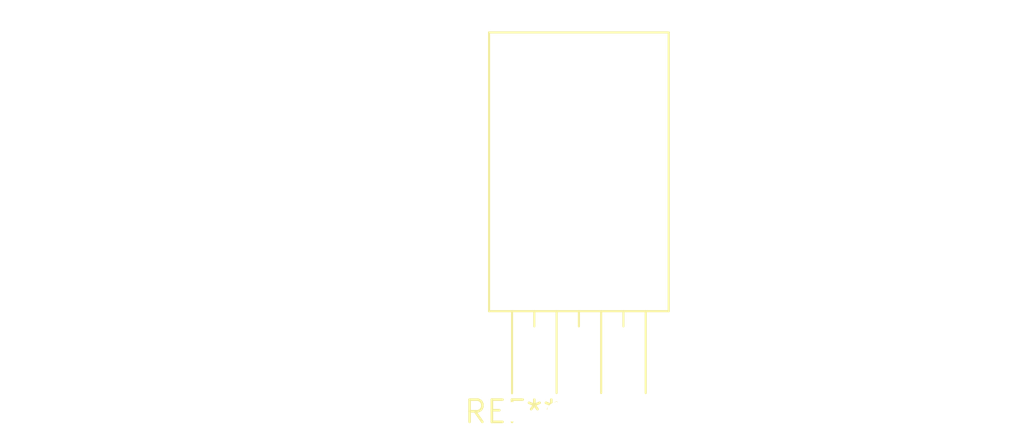
<source format=kicad_pcb>
(kicad_pcb (version 20240108) (generator pcbnew)
  (layers (0 "F.Cu" signal) (31 "B.Cu" signal) (34 "B.Paste" user) (35 "F.Paste" user) (36 "B.SilkS" user "B.Silkscreen") (37 "F.SilkS" user "F.Silkscreen") (38 "B.Mask" user) (39 "F.Mask" user) (44 "Edge.Cuts" user))
  (net 0 "")
  (footprint "TO-220-7_P2.54x3.8mm_StaggerOdd_Lead5.85mm_TabDown" (layer "F.Cu") (at 0 0)
    (property "Reference" "REF**")
    (property "Value" "TO-220-7_P2.54x3.8mm_StaggerOdd_Lead5.85mm_TabDown")
    (fp_line (start -1.31 -21.62) (end -1.31 -5.73) (layer "F.SilkS") (stroke (width 0.12)))
    (fp_line (start -1.31 -21.62) (end 8.93 -21.62) (layer "F.SilkS") (stroke (width 0.12)))
    (fp_line (start -1.31 -5.73) (end 8.93 -5.73) (layer "F.SilkS") (stroke (width 0.12)))
    (fp_line (start 0 -5.73) (end 0 -1.05) (layer "F.SilkS") (stroke (width 0.12)))
    (fp_line (start 1.27 -5.73) (end 1.27 -4.866) (layer "F.SilkS") (stroke (width 0.12)))
    (fp_line (start 2.54 -5.73) (end 2.54 -1.065) (layer "F.SilkS") (stroke (width 0.12)))
    (fp_line (start 3.81 -5.73) (end 3.81 -4.866) (layer "F.SilkS") (stroke (width 0.12)))
    (fp_line (start 5.08 -5.73) (end 5.08 -1.065) (layer "F.SilkS") (stroke (width 0.12)))
    (fp_line (start 6.35 -5.73) (end 6.35 -4.866) (layer "F.SilkS") (stroke (width 0.12)))
    (fp_line (start 7.62 -5.73) (end 7.62 -1.065) (layer "F.SilkS") (stroke (width 0.12)))
    (fp_line (start 8.93 -21.62) (end 8.93 -5.73) (layer "F.SilkS") (stroke (width 0.12)))
    (pad "" np_thru_hole oval (at 3.81 -18.7) (size 3.5 3.5) (drill 3.5) (layers *.Cu *.Mask))
    (pad "1" thru_hole rect (at 0 0) (size 1.8 1.8) (drill 1.1) (layers *.Cu *.Mask) (remove_unused_layers))
    (pad "2" thru_hole oval (at 1.27 -3.8) (size 1.8 1.8) (drill 1.1) (layers *.Cu *.Mask) (remove_unused_layers))
    (pad "3" thru_hole oval (at 2.54 0) (size 1.8 1.8) (drill 1.1) (layers *.Cu *.Mask) (remove_unused_layers))
    (pad "4" thru_hole oval (at 3.81 -3.8) (size 1.8 1.8) (drill 1.1) (layers *.Cu *.Mask) (remove_unused_layers))
    (pad "5" thru_hole oval (at 5.08 0) (size 1.8 1.8) (drill 1.1) (layers *.Cu *.Mask) (remove_unused_layers))
    (pad "6" thru_hole oval (at 6.35 -3.8) (size 1.8 1.8) (drill 1.1) (layers *.Cu *.Mask) (remove_unused_layers))
    (pad "7" thru_hole oval (at 7.62 0) (size 1.8 1.8) (drill 1.1) (layers *.Cu *.Mask) (remove_unused_layers))
  )
)
</source>
